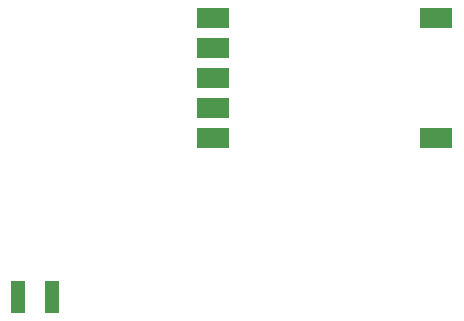
<source format=gbp>
G04 Layer_Color=16770453*
%FSLAX24Y24*%
%MOIN*%
G70*
G01*
G75*
%ADD13R,0.0472X0.1063*%
%ADD38R,0.1098X0.0650*%
D13*
X8917Y30069D02*
D03*
X7776D02*
D03*
D38*
X14262Y39394D02*
D03*
Y38394D02*
D03*
Y37394D02*
D03*
Y36394D02*
D03*
Y35394D02*
D03*
X21715D02*
D03*
Y39394D02*
D03*
M02*

</source>
